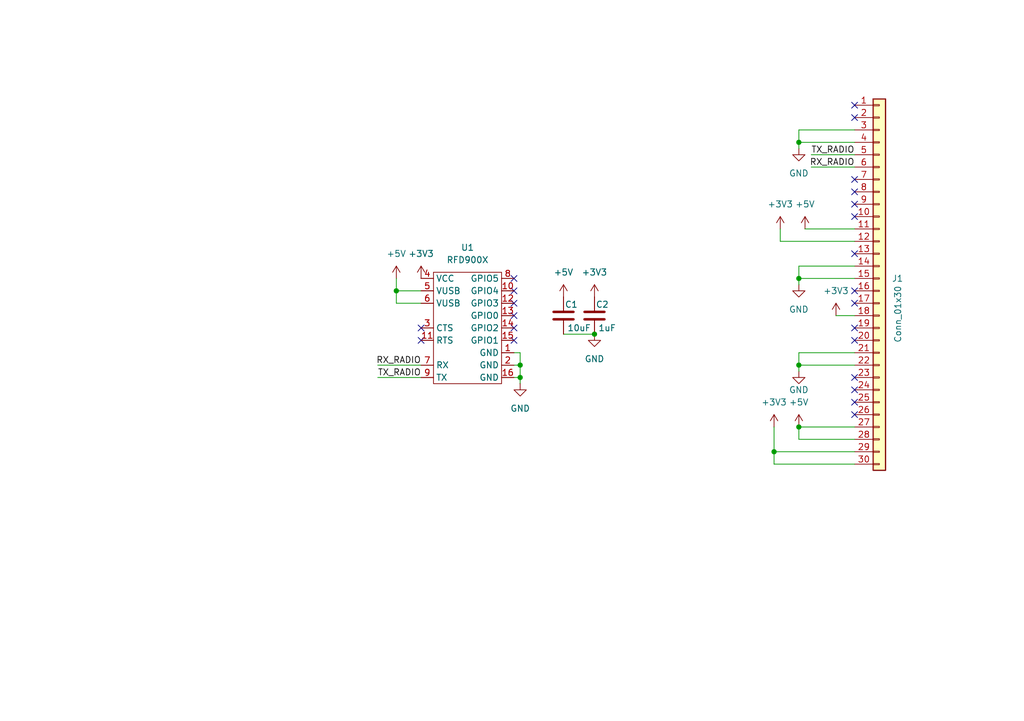
<source format=kicad_sch>
(kicad_sch (version 20231120) (generator "eeschema") (generator_version "8.0")
  (paper "A5")
  (title_block (title "Blaze Radio") (date "2024-09-23") (rev "1") (company "UCSC Rocket Team") (comment 1 "Designed by Julian Barbera"))
  (lib_symbols
    (symbol "Blaze_Lib:RFD900X"
      (property "Reference" "U" (at 0.508 14.478 0))
      (property "Value" "RFD900X" (at 0.508 12.446 0))
      (symbol "RFD900X_0_0"
        (pin power_in line (at 10.16 -5.08 180) (length 2.54) (name "GND") (number "1"))
        (pin bidirectional line (at 10.16 7.62 180) (length 2.54) (name "GPIO4") (number "10"))
        (pin output line (at -8.89 -2.54 0) (length 2.54) (name "RTS") (number "11"))
        (pin bidirectional line (at 10.16 5.08 180) (length 2.54) (name "GPIO3") (number "12"))
        (pin bidirectional line (at 10.16 2.54 180) (length 2.54) (name "GPIO0") (number "13"))
        (pin bidirectional line (at 10.16 0 180) (length 2.54) (name "GPIO2") (number "14"))
        (pin bidirectional line (at 10.16 -2.54 180) (length 2.54) (name "GPIO1") (number "15"))
        (pin power_in line (at 10.16 -10.16 180) (length 2.54) (name "GND") (number "16"))
        (pin power_in line (at 10.16 -7.62 180) (length 2.54) (name "GND") (number "2"))
        (pin input line (at -8.89 0 0) (length 2.54) (name "CTS") (number "3"))
        (pin power_in line (at -8.89 10.16 0) (length 2.54) (name "VCC") (number "4"))
        (pin power_in line (at -8.89 7.62 0) (length 2.54) (name "VUSB") (number "5"))
        (pin power_in line (at -8.89 5.08 0) (length 2.54) (name "VUSB") (number "6"))
        (pin input line (at -8.89 -7.62 0) (length 2.54) (name "RX") (number "7"))
        (pin bidirectional line (at 10.16 10.16 180) (length 2.54) (name "GPIO5") (number "8"))
        (pin output line (at -8.89 -10.16 0) (length 2.54) (name "TX") (number "9"))
      )
      (symbol "RFD900X_0_1"
        (rectangle (start -6.35 11.43) (end 7.62 -11.43))
      )
    )
    (symbol "Connector_Generic:Conn_01x30" (pin_names (offset 1.016) hide)
      (property "Reference" "J" (at 0 38.1 0))
      (property "Value" "Conn_01x30" (at 0 -40.64 0))
      (symbol "Conn_01x30_1_1"
        (rectangle (start -1.27 -37.973) (end 0 -38.227) (stroke (width 0.1524)))
        (rectangle (start -1.27 -35.433) (end 0 -35.687) (stroke (width 0.1524)))
        (rectangle (start -1.27 -32.893) (end 0 -33.147) (stroke (width 0.1524)))
        (rectangle (start -1.27 -30.353) (end 0 -30.607) (stroke (width 0.1524)))
        (rectangle (start -1.27 -27.813) (end 0 -28.067) (stroke (width 0.1524)))
        (rectangle (start -1.27 -25.273) (end 0 -25.527) (stroke (width 0.1524)))
        (rectangle (start -1.27 -22.733) (end 0 -22.987) (stroke (width 0.1524)))
        (rectangle (start -1.27 -20.193) (end 0 -20.447) (stroke (width 0.1524)))
        (rectangle (start -1.27 -17.653) (end 0 -17.907) (stroke (width 0.1524)))
        (rectangle (start -1.27 -15.113) (end 0 -15.367) (stroke (width 0.1524)))
        (rectangle (start -1.27 -12.573) (end 0 -12.827) (stroke (width 0.1524)))
        (rectangle (start -1.27 -10.033) (end 0 -10.287) (stroke (width 0.1524)))
        (rectangle (start -1.27 -7.493) (end 0 -7.747) (stroke (width 0.1524)))
        (rectangle (start -1.27 -4.953) (end 0 -5.207) (stroke (width 0.1524)))
        (rectangle (start -1.27 -2.413) (end 0 -2.667) (stroke (width 0.1524)))
        (rectangle (start -1.27 0.127) (end 0 -0.127) (stroke (width 0.1524)))
        (rectangle (start -1.27 2.667) (end 0 2.413) (stroke (width 0.1524)))
        (rectangle (start -1.27 5.207) (end 0 4.953) (stroke (width 0.1524)))
        (rectangle (start -1.27 7.747) (end 0 7.493) (stroke (width 0.1524)))
        (rectangle (start -1.27 10.287) (end 0 10.033) (stroke (width 0.1524)))
        (rectangle (start -1.27 12.827) (end 0 12.573) (stroke (width 0.1524)))
        (rectangle (start -1.27 15.367) (end 0 15.113) (stroke (width 0.1524)))
        (rectangle (start -1.27 17.907) (end 0 17.653) (stroke (width 0.1524)))
        (rectangle (start -1.27 20.447) (end 0 20.193) (stroke (width 0.1524)))
        (rectangle (start -1.27 22.987) (end 0 22.733) (stroke (width 0.1524)))
        (rectangle (start -1.27 25.527) (end 0 25.273) (stroke (width 0.1524)))
        (rectangle (start -1.27 28.067) (end 0 27.813) (stroke (width 0.1524)))
        (rectangle (start -1.27 30.607) (end 0 30.353) (stroke (width 0.1524)))
        (rectangle (start -1.27 33.147) (end 0 32.893) (stroke (width 0.1524)))
        (rectangle (start -1.27 35.687) (end 0 35.433) (stroke (width 0.1524)))
        (rectangle (start -1.27 36.83) (end 1.27 -39.37) (stroke (width 0.254)) (fill (type background)))
        (pin passive line (at -5.08 35.56 0) (length 3.81) (name "Pin_1") (number "1"))
        (pin passive line (at -5.08 12.7 0) (length 3.81) (name "Pin_10") (number "10"))
        (pin passive line (at -5.08 10.16 0) (length 3.81) (name "Pin_11") (number "11"))
        (pin passive line (at -5.08 7.62 0) (length 3.81) (name "Pin_12") (number "12"))
        (pin passive line (at -5.08 5.08 0) (length 3.81) (name "Pin_13") (number "13"))
        (pin passive line (at -5.08 2.54 0) (length 3.81) (name "Pin_14") (number "14"))
        (pin passive line (at -5.08 0 0) (length 3.81) (name "Pin_15") (number "15"))
        (pin passive line (at -5.08 -2.54 0) (length 3.81) (name "Pin_16") (number "16"))
        (pin passive line (at -5.08 -5.08 0) (length 3.81) (name "Pin_17") (number "17"))
        (pin passive line (at -5.08 -7.62 0) (length 3.81) (name "Pin_18") (number "18"))
        (pin passive line (at -5.08 -10.16 0) (length 3.81) (name "Pin_19") (number "19"))
        (pin passive line (at -5.08 33.02 0) (length 3.81) (name "Pin_2") (number "2"))
        (pin passive line (at -5.08 -12.7 0) (length 3.81) (name "Pin_20") (number "20"))
        (pin passive line (at -5.08 -15.24 0) (length 3.81) (name "Pin_21") (number "21"))
        (pin passive line (at -5.08 -17.78 0) (length 3.81) (name "Pin_22") (number "22"))
        (pin passive line (at -5.08 -20.32 0) (length 3.81) (name "Pin_23") (number "23"))
        (pin passive line (at -5.08 -22.86 0) (length 3.81) (name "Pin_24") (number "24"))
        (pin passive line (at -5.08 -25.4 0) (length 3.81) (name "Pin_25") (number "25"))
        (pin passive line (at -5.08 -27.94 0) (length 3.81) (name "Pin_26") (number "26"))
        (pin passive line (at -5.08 -30.48 0) (length 3.81) (name "Pin_27") (number "27"))
        (pin passive line (at -5.08 -33.02 0) (length 3.81) (name "Pin_28") (number "28"))
        (pin passive line (at -5.08 -35.56 0) (length 3.81) (name "Pin_29") (number "29"))
        (pin passive line (at -5.08 30.48 0) (length 3.81) (name "Pin_3") (number "3"))
        (pin passive line (at -5.08 -38.1 0) (length 3.81) (name "Pin_30") (number "30"))
        (pin passive line (at -5.08 27.94 0) (length 3.81) (name "Pin_4") (number "4"))
        (pin passive line (at -5.08 25.4 0) (length 3.81) (name "Pin_5") (number "5"))
        (pin passive line (at -5.08 22.86 0) (length 3.81) (name "Pin_6") (number "6"))
        (pin passive line (at -5.08 20.32 0) (length 3.81) (name "Pin_7") (number "7"))
        (pin passive line (at -5.08 17.78 0) (length 3.81) (name "Pin_8") (number "8"))
        (pin passive line (at -5.08 15.24 0) (length 3.81) (name "Pin_9") (number "9"))
      )
    )
    (symbol "Device:C" (pin_numbers hide) (pin_names (offset 0.254))
      (property "Reference" "C" (at 0.635 2.54 0))
      (property "Value" "C" (at 0.635 -2.54 0))
      (symbol "C_0_1"
        (polyline (pts (xy -2.032 -0.762) (xy 2.032 -0.762)) (stroke (width 0.508)))
        (polyline (pts (xy -2.032 0.762) (xy 2.032 0.762)) (stroke (width 0.508)))
      )
      (symbol "C_1_1"
        (pin passive line (at 0 3.81 270) (length 2.794) (name "~") (number "1"))
        (pin passive line (at 0 -3.81 90) (length 2.794) (name "~") (number "2"))
      )
    )
    (symbol "power:+3V3" (power) (pin_numbers hide) (pin_names (offset 0) hide)
      (property "Value" "+3V3" (at 0 3.556 0))
      (symbol "+3V3_0_1"
        (polyline (pts (xy -0.762 1.27) (xy 0 2.54)))
        (polyline (pts (xy 0 0) (xy 0 2.54)))
        (polyline (pts (xy 0 2.54) (xy 0.762 1.27)))
      )
      (symbol "+3V3_1_1"
        (pin power_in line (at 0 0 90) (length 0) (name "~") (number "1"))
      )
    )
    (symbol "power:+5V" (power) (pin_numbers hide) (pin_names (offset 0) hide)
      (property "Value" "+5V" (at 0 3.556 0))
      (symbol "+5V_0_1"
        (polyline (pts (xy -0.762 1.27) (xy 0 2.54)))
        (polyline (pts (xy 0 0) (xy 0 2.54)))
        (polyline (pts (xy 0 2.54) (xy 0.762 1.27)))
      )
      (symbol "+5V_1_1"
        (pin power_in line (at 0 0 90) (length 0) (name "~") (number "1"))
      )
    )
    (symbol "power:GND" (power) (pin_numbers hide) (pin_names (offset 0) hide)
      (property "Value" "GND" (at 0 -3.81 0))
      (symbol "GND_0_1"
        (polyline (pts (xy 0 0) (xy 0 -1.27) (xy 1.27 -1.27) (xy 0 -2.54) (xy -1.27 -1.27) (xy 0 -1.27)))
      )
      (symbol "GND_1_1"
        (pin power_in line (at 0 0 270) (length 0) (name "~") (number "1"))
      )
    )
  )
  (junction (at 106.68 77.47))
  (junction (at 106.68 74.93))
  (junction (at 163.83 29.21))
  (junction (at 163.83 87.63))
  (junction (at 163.83 74.93))
  (junction (at 121.92 68.58))
  (junction (at 81.28 59.69))
  (junction (at 158.75 92.71))
  (junction (at 163.83 57.15))
  (no_connect (at 105.41 67.31))
  (no_connect (at 175.26 44.45))
  (no_connect (at 175.26 52.07))
  (no_connect (at 175.26 62.23))
  (no_connect (at 175.26 39.37))
  (no_connect (at 105.41 59.69))
  (no_connect (at 175.26 41.91))
  (no_connect (at 175.26 80.01))
  (no_connect (at 175.26 82.55))
  (no_connect (at 175.26 77.47))
  (no_connect (at 175.26 67.31))
  (no_connect (at 175.26 69.85))
  (no_connect (at 175.26 59.69))
  (no_connect (at 175.26 36.83))
  (no_connect (at 105.41 62.23))
  (no_connect (at 175.26 85.09))
  (no_connect (at 105.41 64.77))
  (no_connect (at 175.26 24.13))
  (no_connect (at 105.41 57.15))
  (no_connect (at 175.26 21.59))
  (no_connect (at 86.36 67.31))
  (no_connect (at 105.41 69.85))
  (no_connect (at 86.36 69.85))
  (wire (pts (xy 106.68 74.93) (xy 106.68 72.39)))
  (wire (pts (xy 81.28 62.23) (xy 86.36 62.23)))
  (wire (pts (xy 166.37 31.75) (xy 175.26 31.75)))
  (wire (pts (xy 163.83 72.39) (xy 175.26 72.39)))
  (wire (pts (xy 106.68 77.47) (xy 105.41 77.47)))
  (wire (pts (xy 81.28 59.69) (xy 86.36 59.69)))
  (wire (pts (xy 163.83 57.15) (xy 163.83 58.42)))
  (wire (pts (xy 160.02 46.99) (xy 160.02 49.53)))
  (wire (pts (xy 163.83 54.61) (xy 175.26 54.61)))
  (wire (pts (xy 158.75 92.71) (xy 175.26 92.71)))
  (wire (pts (xy 163.83 54.61) (xy 163.83 57.15)))
  (wire (pts (xy 115.57 68.58) (xy 121.92 68.58)))
  (wire (pts (xy 163.83 87.63) (xy 163.83 90.17)))
  (wire (pts (xy 81.28 57.15) (xy 81.28 59.69)))
  (wire (pts (xy 163.83 29.21) (xy 175.26 29.21)))
  (wire (pts (xy 77.47 74.93) (xy 86.36 74.93)))
  (wire (pts (xy 163.83 74.93) (xy 175.26 74.93)))
  (wire (pts (xy 163.83 87.63) (xy 175.26 87.63)))
  (wire (pts (xy 106.68 74.93) (xy 105.41 74.93)))
  (wire (pts (xy 158.75 92.71) (xy 158.75 95.25)))
  (wire (pts (xy 81.28 59.69) (xy 81.28 62.23)))
  (wire (pts (xy 163.83 57.15) (xy 175.26 57.15)))
  (wire (pts (xy 171.45 64.77) (xy 175.26 64.77)))
  (wire (pts (xy 106.68 72.39) (xy 105.41 72.39)))
  (wire (pts (xy 166.37 34.29) (xy 175.26 34.29)))
  (wire (pts (xy 163.83 72.39) (xy 163.83 74.93)))
  (wire (pts (xy 158.75 87.63) (xy 158.75 92.71)))
  (wire (pts (xy 158.75 95.25) (xy 175.26 95.25)))
  (wire (pts (xy 163.83 26.67) (xy 163.83 29.21)))
  (wire (pts (xy 163.83 74.93) (xy 163.83 76.2)))
  (wire (pts (xy 106.68 78.74) (xy 106.68 77.47)))
  (wire (pts (xy 163.83 30.48) (xy 163.83 29.21)))
  (wire (pts (xy 77.47 77.47) (xy 86.36 77.47)))
  (wire (pts (xy 106.68 77.47) (xy 106.68 74.93)))
  (wire (pts (xy 175.26 26.67) (xy 163.83 26.67)))
  (wire (pts (xy 163.83 90.17) (xy 175.26 90.17)))
  (wire (pts (xy 165.1 46.99) (xy 175.26 46.99)))
  (wire (pts (xy 160.02 49.53) (xy 175.26 49.53)))
  (label "RX_RADIO" (at 175.26 34.29 180))
  (label "TX_RADIO" (at 86.36 77.47 180))
  (label "RX_RADIO" (at 86.36 74.93 180))
  (label "TX_RADIO" (at 175.26 31.75 180))
  (symbol (lib_id "power:GND") (at 121.92 68.58 0) (unit 1)
    (property "Reference" "#PWR06" (effects (hide yes)))
    (property "Value" "GND" (at 121.92 73.66 0))
    (property "Description" "Power symbol creates a global label with name \"GND\" , ground" (effects (hide yes)))
  )
  (symbol (lib_id "power:GND") (at 106.68 78.74 0) (unit 1)
    (property "Reference" "#PWR01" (effects (hide yes)))
    (property "Value" "GND" (at 106.68 83.82 0))
    (property "Description" "Power symbol creates a global label with name \"GND\" , ground" (effects (hide yes)))
  )
  (symbol (lib_id "power:GND") (at 163.83 76.2 0) (unit 1)
    (property "Reference" "#PWR013" (effects (hide yes)))
    (property "Value" "GND" (at 163.83 80.01 0))
    (property "Description" "Power symbol creates a global label with name \"GND\" , ground" (effects (hide yes)))
  )
  (symbol (lib_id "power:+5V") (at 165.1 46.99 0) (unit 1)
    (property "Reference" "#PWR010" (effects (hide yes)))
    (property "Value" "+5V" (at 165.1 41.91 0))
    (property "Description" "Power symbol creates a global label with name \"+5V\"" (effects (hide yes)))
  )
  (symbol (lib_id "Device:C") (at 121.92 64.77 0) (unit 1)
    (property "Reference" "C2" (at 122.174 62.484 0) (effects (justify left)))
    (property "Value" "1uF" (at 122.682 67.31 0) (effects (justify left)))
    (property "Footprint" "Capacitor_SMD:C_0603_1608Metric" (effects (hide yes)))
    (property "Description" "Unpolarized capacitor" (effects (hide yes)))
  )
  (symbol (lib_id "power:+5V") (at 163.83 87.63 0) (unit 1)
    (property "Reference" "#PWR015" (effects (hide yes)))
    (property "Value" "+5V" (at 163.83 82.55 0))
    (property "Description" "Power symbol creates a global label with name \"+5V\"" (effects (hide yes)))
  )
  (symbol (lib_id "power:GND") (at 163.83 30.48 0) (unit 1)
    (property "Reference" "#PWR08" (effects (hide yes)))
    (property "Value" "GND" (at 163.83 35.56 0))
    (property "Description" "Power symbol creates a global label with name \"GND\" , ground" (effects (hide yes)))
  )
  (symbol (lib_id "Device:C") (at 115.57 64.77 0) (unit 1)
    (property "Reference" "C1" (at 115.824 62.484 0) (effects (justify left)))
    (property "Value" "10uF" (at 116.332 67.31 0) (effects (justify left)))
    (property "Footprint" "Capacitor_SMD:C_0603_1608Metric" (effects (hide yes)))
    (property "Description" "Unpolarized capacitor" (effects (hide yes)))
  )
  (symbol (lib_id "power:+3V3") (at 86.36 57.15 0) (unit 1)
    (property "Reference" "#PWR02" (effects (hide yes)))
    (property "Value" "+3V3" (at 86.36 52.07 0))
    (property "Description" "Power symbol creates a global label with name \"+3V3\"" (effects (hide yes)))
  )
  (symbol (lib_id "power:+5V") (at 160.02 46.99 0) (unit 1)
    (property "Reference" "#PWR09" (effects (hide yes)))
    (property "Value" "+3V3" (at 160.02 41.91 0))
    (property "Description" "Power symbol creates a global label with name \"+5V\"" (effects (hide yes)))
  )
  (symbol (lib_id "power:+5V") (at 81.28 57.15 0) (unit 1)
    (property "Reference" "#PWR03" (effects (hide yes)))
    (property "Value" "+5V" (at 81.28 52.07 0))
    (property "Description" "Power symbol creates a global label with name \"+5V\"" (effects (hide yes)))
  )
  (symbol (lib_id "power:GND") (at 163.83 58.42 0) (unit 1)
    (property "Reference" "#PWR011" (effects (hide yes)))
    (property "Value" "GND" (at 163.83 63.5 0))
    (property "Description" "Power symbol creates a global label with name \"GND\" , ground" (effects (hide yes)))
  )
  (symbol (lib_id "power:+5V") (at 115.57 60.96 0) (unit 1)
    (property "Reference" "#PWR04" (effects (hide yes)))
    (property "Value" "+5V" (at 115.57 55.88 0))
    (property "Description" "Power symbol creates a global label with name \"+5V\"" (effects (hide yes)))
  )
  (symbol (lib_id "power:+3V3") (at 121.92 60.96 0) (unit 1)
    (property "Reference" "#PWR05" (effects (hide yes)))
    (property "Value" "+3V3" (at 121.92 55.88 0))
    (property "Description" "Power symbol creates a global label with name \"+3V3\"" (effects (hide yes)))
  )
  (symbol (lib_id "power:+5V") (at 158.75 87.63 0) (unit 1)
    (property "Reference" "#PWR014" (effects (hide yes)))
    (property "Value" "+3V3" (at 158.75 82.55 0))
    (property "Description" "Power symbol creates a global label with name \"+5V\"" (effects (hide yes)))
  )
  (symbol (lib_id "Connector_Generic:Conn_01x30") (at 180.34 57.15 0) (unit 1)
    (property "Reference" "J1" (at 182.88 57.1499 0) (effects (justify left)))
    (property "Value" "Conn_01x30" (at 184.15 70.358 90) (effects (justify left)))
    (property "Footprint" "DF17:HRS_DF17_1.0H_-30DP-0.5V_57_" (effects (hide yes)))
    (property "Description" "Generic connector, single row, 01x30, script generated (kicad-library-utils/schlib/autogen/connector/)" (effects (hide yes)))
  )
  (symbol (lib_id "Blaze_Lib:RFD900X") (at 95.25 67.31 0) (unit 1)
    (property "Reference" "U1" (at 95.885 50.8 0))
    (property "Value" "RFD900X" (at 95.885 53.34 0))
    (property "Footprint" "Blaze_Library:PinSocket_2x08_P2.54mm_Vertical" (effects (hide yes)))
    (property "Datasheet" "https://files.rfdesign.com.au/Files/documents/RFD900x%20DataSheet%20V1.2.pdf" (effects (hide yes)))
  )
  (symbol (lib_id "power:+5V") (at 171.45 64.77 0) (unit 1)
    (property "Reference" "#PWR012" (effects (hide yes)))
    (property "Value" "+3V3" (at 171.45 59.69 0))
    (property "Description" "Power symbol creates a global label with name \"+5V\"" (effects (hide yes)))
  )
)
</source>
